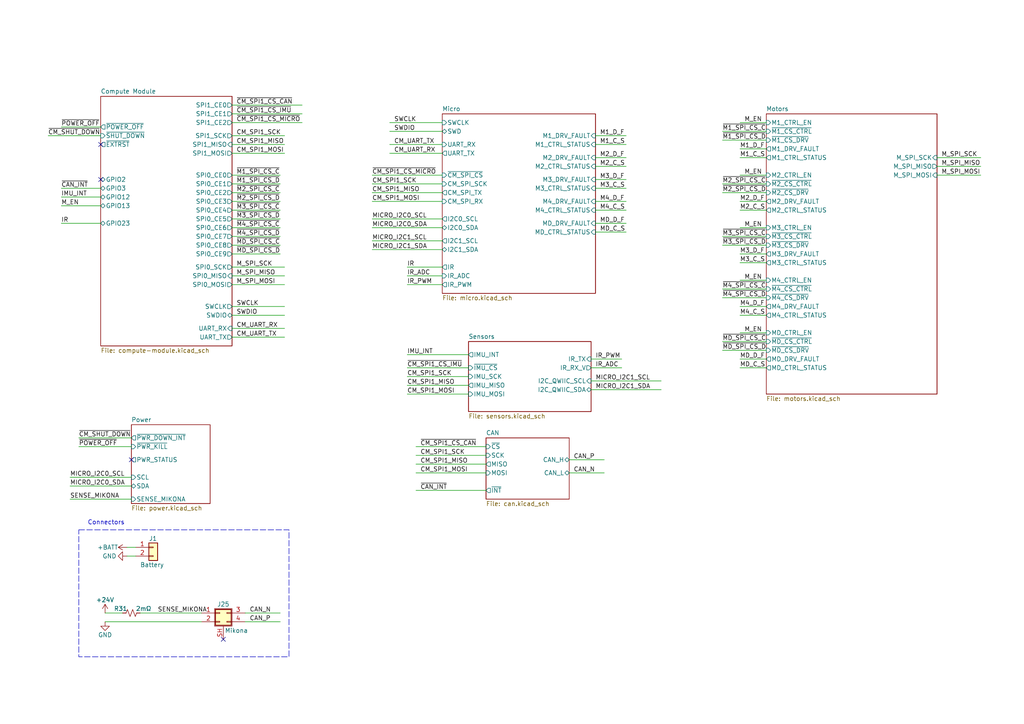
<source format=kicad_sch>
(kicad_sch (version 20230121) (generator eeschema)
  (paper "A4")
  (lib_symbols
    (symbol "Connector_Generic:Conn_01x02" (pin_names (offset 1.016) hide)
      (property "Reference" "J" (at 0 2.54 0))
      (property "Value" "Conn_01x02" (at 0 -5.08 0))
      (symbol "Conn_01x02_1_1"
        (rectangle (start -1.27 -2.413) (end 0 -2.667) (stroke (width 0.1524)))
        (rectangle (start -1.27 0.127) (end 0 -0.127) (stroke (width 0.1524)))
        (rectangle (start -1.27 1.27) (end 1.27 -3.81) (stroke (width 0.254)) (fill (type background)))
        (pin passive line (at -5.08 0 0) (length 3.81) (name "Pin_1") (number "1"))
        (pin passive line (at -5.08 -2.54 0) (length 3.81) (name "Pin_2") (number "2"))
      )
    )
    (symbol "Connector_Generic_Shielded:Conn_02x02_Top_Bottom_Shielded" (pin_names (offset 1.016) hide)
      (property "Reference" "J" (at 1.524 2.286 0))
      (property "Value" "Conn_02x02_Top_Bottom_Shielded" (at 2.286 -4.826 0))
      (symbol "Conn_02x02_Top_Bottom_Shielded_1_1"
        (rectangle (start -1.27 1.27) (end 3.81 -3.81) (stroke (width 0.1524)))
        (rectangle (start -1.016 -2.413) (end 0.254 -2.667) (stroke (width 0.1524)))
        (rectangle (start -1.016 0.127) (end 0.254 -0.127) (stroke (width 0.1524)))
        (rectangle (start -1.016 1.016) (end 3.556 -3.556) (stroke (width 0.254)) (fill (type background)))
        (rectangle (start 3.556 -2.413) (end 2.286 -2.667) (stroke (width 0.1524)))
        (rectangle (start 3.556 0.127) (end 2.286 -0.127) (stroke (width 0.1524)))
        (pin passive line (at -5.08 0 0) (length 4.064) (name "Pin_1") (number "1"))
        (pin passive line (at -5.08 -2.54 0) (length 4.064) (name "Pin_2") (number "2"))
        (pin passive line (at 7.62 0 180) (length 4.064) (name "Pin_3") (number "3"))
        (pin passive line (at 7.62 -2.54 180) (length 4.064) (name "Pin_4") (number "4"))
        (pin passive line (at 1.27 -7.62 90) (length 3.81) (name "Shield") (number "SH"))
      )
    )
    (symbol "Device:R_Small_US" (pin_numbers hide) (pin_names (offset 0.254) hide)
      (property "Reference" "R" (at 0.762 0.508 0))
      (property "Value" "R_Small_US" (at 0.762 -1.016 0))
      (symbol "R_Small_US_1_1"
        (polyline (pts (xy 0 0) (xy 1.016 -0.381) (xy 0 -0.762) (xy -1.016 -1.143) (xy 0 -1.524)))
        (polyline (pts (xy 0 1.524) (xy 1.016 1.143) (xy 0 0.762) (xy -1.016 0.381) (xy 0 0)))
        (pin passive line (at 0 2.54 270) (length 1.016) (name "~") (number "1"))
        (pin passive line (at 0 -2.54 90) (length 1.016) (name "~") (number "2"))
      )
    )
    (symbol "GND_1" (power) (pin_names (offset 0))
      (property "Value" "GND_1" (at 0 -3.81 0))
      (symbol "GND_1_0_1"
        (polyline (pts (xy 0 0) (xy 0 -1.27) (xy 1.27 -1.27) (xy 0 -2.54) (xy -1.27 -1.27) (xy 0 -1.27)))
      )
      (symbol "GND_1_1_1"
        (pin power_in line (at 0 0 270) (length 0) hide (name "GND") (number "1"))
      )
    )
    (symbol "power:+24V" (power) (pin_names (offset 0))
      (property "Value" "+24V" (at 0 3.556 0))
      (symbol "+24V_0_1"
        (polyline (pts (xy -0.762 1.27) (xy 0 2.54)))
        (polyline (pts (xy 0 0) (xy 0 2.54)))
        (polyline (pts (xy 0 2.54) (xy 0.762 1.27)))
      )
      (symbol "+24V_1_1"
        (pin power_in line (at 0 0 90) (length 0) hide (name "+24V") (number "1"))
      )
    )
    (symbol "power:+BATT" (power) (pin_names (offset 0))
      (property "Value" "+BATT" (at 0 3.556 0))
      (symbol "+BATT_0_1"
        (polyline (pts (xy -0.762 1.27) (xy 0 2.54)))
        (polyline (pts (xy 0 0) (xy 0 2.54)))
        (polyline (pts (xy 0 2.54) (xy 0.762 1.27)))
      )
      (symbol "+BATT_1_1"
        (pin power_in line (at 0 0 90) (length 0) hide (name "+BATT") (number "1"))
      )
    )
    (symbol "power:GND" (power) (pin_names (offset 0))
      (property "Value" "GND" (at 0 -3.81 0))
      (symbol "GND_0_1"
        (polyline (pts (xy 0 0) (xy 0 -1.27) (xy 1.27 -1.27) (xy 0 -2.54) (xy -1.27 -1.27) (xy 0 -1.27)))
      )
      (symbol "GND_1_1"
        (pin power_in line (at 0 0 270) (length 0) hide (name "GND") (number "1"))
      )
    )
  )
  (no_connect (at 64.77 185.42))
  (no_connect (at 38.1 133.35))
  (no_connect (at 29.21 41.91))
  (no_connect (at 29.21 52.07))
  (wire (pts (xy 120.65 134.62) (xy 140.97 134.62)))
  (wire (pts (xy 214.63 43.18) (xy 222.25 43.18)))
  (wire (pts (xy 214.63 66.04) (xy 222.25 66.04)))
  (wire (pts (xy 17.78 54.61) (xy 29.21 54.61)))
  (wire (pts (xy 209.55 55.88) (xy 222.25 55.88)))
  (wire (pts (xy 214.63 106.68) (xy 222.25 106.68)))
  (wire (pts (xy 118.11 106.68) (xy 135.89 106.68)))
  (wire (pts (xy 172.72 54.61) (xy 181.61 54.61)))
  (wire (pts (xy 107.95 55.88) (xy 128.27 55.88)))
  (wire (pts (xy 67.31 33.02) (xy 87.63 33.02)))
  (wire (pts (xy 171.45 113.03) (xy 191.77 113.03)))
  (wire (pts (xy 209.55 71.12) (xy 222.25 71.12)))
  (wire (pts (xy 107.95 66.04) (xy 128.27 66.04)))
  (wire (pts (xy 30.48 177.8) (xy 35.56 177.8)))
  (wire (pts (xy 209.55 86.36) (xy 222.25 86.36)))
  (wire (pts (xy 67.31 71.12) (xy 81.28 71.12)))
  (wire (pts (xy 67.31 66.04) (xy 81.28 66.04)))
  (wire (pts (xy 20.32 138.43) (xy 38.1 138.43)))
  (wire (pts (xy 71.12 180.34) (xy 81.28 180.34)))
  (wire (pts (xy 214.63 76.2) (xy 222.25 76.2)))
  (wire (pts (xy 271.78 45.72) (xy 284.48 45.72)))
  (wire (pts (xy 22.86 129.54) (xy 38.1 129.54)))
  (wire (pts (xy 36.83 161.29) (xy 39.37 161.29)))
  (wire (pts (xy 67.31 41.91) (xy 82.55 41.91)))
  (wire (pts (xy 120.65 142.24) (xy 140.97 142.24)))
  (wire (pts (xy 209.55 83.82) (xy 222.25 83.82)))
  (wire (pts (xy 171.45 106.68) (xy 180.34 106.68)))
  (wire (pts (xy 67.31 50.8) (xy 81.28 50.8)))
  (wire (pts (xy 214.63 50.8) (xy 222.25 50.8)))
  (wire (pts (xy 214.63 35.56) (xy 222.25 35.56)))
  (wire (pts (xy 172.72 60.96) (xy 181.61 60.96)))
  (wire (pts (xy 209.55 53.34) (xy 222.25 53.34)))
  (wire (pts (xy 171.45 110.49) (xy 191.77 110.49)))
  (wire (pts (xy 120.65 132.08) (xy 140.97 132.08)))
  (wire (pts (xy 113.03 38.1) (xy 128.27 38.1)))
  (wire (pts (xy 214.63 88.9) (xy 222.25 88.9)))
  (wire (pts (xy 214.63 81.28) (xy 222.25 81.28)))
  (wire (pts (xy 118.11 109.22) (xy 135.89 109.22)))
  (wire (pts (xy 209.55 38.1) (xy 222.25 38.1)))
  (wire (pts (xy 172.72 45.72) (xy 181.61 45.72)))
  (wire (pts (xy 118.11 111.76) (xy 135.89 111.76)))
  (wire (pts (xy 71.12 177.8) (xy 81.28 177.8)))
  (wire (pts (xy 271.78 48.26) (xy 284.48 48.26)))
  (wire (pts (xy 20.32 140.97) (xy 38.1 140.97)))
  (wire (pts (xy 165.1 133.35) (xy 175.26 133.35)))
  (wire (pts (xy 107.95 50.8) (xy 128.27 50.8)))
  (wire (pts (xy 107.95 72.39) (xy 128.27 72.39)))
  (wire (pts (xy 67.31 30.48) (xy 87.63 30.48)))
  (wire (pts (xy 172.72 39.37) (xy 181.61 39.37)))
  (wire (pts (xy 214.63 96.52) (xy 222.25 96.52)))
  (wire (pts (xy 271.78 50.8) (xy 284.48 50.8)))
  (wire (pts (xy 120.65 137.16) (xy 140.97 137.16)))
  (wire (pts (xy 107.95 63.5) (xy 128.27 63.5)))
  (wire (pts (xy 214.63 58.42) (xy 222.25 58.42)))
  (wire (pts (xy 120.65 129.54) (xy 140.97 129.54)))
  (wire (pts (xy 209.55 101.6) (xy 222.25 101.6)))
  (wire (pts (xy 67.31 88.9) (xy 82.55 88.9)))
  (wire (pts (xy 113.03 44.45) (xy 128.27 44.45)))
  (wire (pts (xy 67.31 97.79) (xy 82.55 97.79)))
  (wire (pts (xy 214.63 45.72) (xy 222.25 45.72)))
  (wire (pts (xy 67.31 44.45) (xy 82.55 44.45)))
  (wire (pts (xy 67.31 68.58) (xy 81.28 68.58)))
  (wire (pts (xy 171.45 104.14) (xy 180.34 104.14)))
  (wire (pts (xy 67.31 63.5) (xy 81.28 63.5)))
  (wire (pts (xy 40.64 177.8) (xy 58.42 177.8)))
  (wire (pts (xy 209.55 68.58) (xy 222.25 68.58)))
  (wire (pts (xy 30.48 180.34) (xy 58.42 180.34)))
  (wire (pts (xy 67.31 53.34) (xy 81.28 53.34)))
  (wire (pts (xy 118.11 102.87) (xy 135.89 102.87)))
  (wire (pts (xy 165.1 137.16) (xy 175.26 137.16)))
  (wire (pts (xy 118.11 82.55) (xy 128.27 82.55)))
  (wire (pts (xy 17.78 64.77) (xy 29.21 64.77)))
  (wire (pts (xy 113.03 41.91) (xy 128.27 41.91)))
  (wire (pts (xy 17.78 57.15) (xy 29.21 57.15)))
  (wire (pts (xy 209.55 40.64) (xy 222.25 40.64)))
  (wire (pts (xy 67.31 80.01) (xy 82.55 80.01)))
  (wire (pts (xy 67.31 58.42) (xy 81.28 58.42)))
  (wire (pts (xy 67.31 91.44) (xy 82.55 91.44)))
  (wire (pts (xy 214.63 73.66) (xy 222.25 73.66)))
  (wire (pts (xy 67.31 60.96) (xy 81.28 60.96)))
  (wire (pts (xy 172.72 58.42) (xy 181.61 58.42)))
  (wire (pts (xy 20.32 144.78) (xy 38.1 144.78)))
  (wire (pts (xy 36.83 158.75) (xy 39.37 158.75)))
  (wire (pts (xy 172.72 64.77) (xy 181.61 64.77)))
  (wire (pts (xy 113.03 35.56) (xy 128.27 35.56)))
  (wire (pts (xy 67.31 55.88) (xy 81.28 55.88)))
  (wire (pts (xy 172.72 48.26) (xy 181.61 48.26)))
  (wire (pts (xy 172.72 52.07) (xy 181.61 52.07)))
  (wire (pts (xy 107.95 58.42) (xy 128.27 58.42)))
  (wire (pts (xy 67.31 73.66) (xy 81.28 73.66)))
  (wire (pts (xy 214.63 60.96) (xy 222.25 60.96)))
  (wire (pts (xy 67.31 39.37) (xy 82.55 39.37)))
  (wire (pts (xy 67.31 35.56) (xy 87.63 35.56)))
  (wire (pts (xy 214.63 104.14) (xy 222.25 104.14)))
  (wire (pts (xy 22.86 127) (xy 38.1 127)))
  (wire (pts (xy 107.95 53.34) (xy 128.27 53.34)))
  (wire (pts (xy 209.55 99.06) (xy 222.25 99.06)))
  (wire (pts (xy 214.63 91.44) (xy 222.25 91.44)))
  (wire (pts (xy 67.31 82.55) (xy 82.55 82.55)))
  (wire (pts (xy 118.11 114.3) (xy 135.89 114.3)))
  (wire (pts (xy 17.78 36.83) (xy 29.21 36.83)))
  (wire (pts (xy 13.97 39.37) (xy 29.21 39.37)))
  (wire (pts (xy 118.11 77.47) (xy 128.27 77.47)))
  (wire (pts (xy 67.31 77.47) (xy 82.55 77.47)))
  (wire (pts (xy 107.95 69.85) (xy 128.27 69.85)))
  (wire (pts (xy 172.72 41.91) (xy 181.61 41.91)))
  (wire (pts (xy 118.11 80.01) (xy 128.27 80.01)))
  (wire (pts (xy 172.72 67.31) (xy 181.61 67.31)))
  (wire (pts (xy 17.78 59.69) (xy 29.21 59.69)))
  (wire (pts (xy 67.31 95.25) (xy 82.55 95.25)))
  (rectangle (start 22.86 153.67) (end 83.82 190.5) (stroke (width 0) (type dash)))
  (text "Connectors" (at 25.4 152.4 0) (effects (font (size 1.27 1.27)) (justify left bottom)))
  (label "IMU_INT" (at 17.78 57.15 0))
  (label "SENSE_MIKONA" (at 20.32 144.78 0))
  (label "M4_C_S" (at 173.99 60.96 0))
  (label "CM_SPI1_MOSI" (at 118.11 114.3 0))
  (label "M2_D_F" (at 173.99 45.72 0))
  (label "CM_UART_TX" (at 114.3 41.91 0))
  (label "~{CAN_INT}" (at 121.92 142.24 0))
  (label "CAN_P" (at 166.37 133.35 0))
  (label "M_SPI_MOSI" (at 273.05 50.8 0))
  (label "SWCLK" (at 114.3 35.56 0))
  (label "~{CM_SHUT_DOWN}" (at 13.97 39.37 0))
  (label "~{MD_SPI_CS_C}" (at 209.55 99.06 0))
  (label "~{CM_SPI1_CS_CAN}" (at 121.92 129.54 0))
  (label "~{M3_SPI_CS_D}" (at 209.55 71.12 0))
  (label "~{M2_SPI_CS_D}" (at 209.55 55.88 0))
  (label "M1_C_S" (at 214.63 45.72 0))
  (label "MD_C_S" (at 214.63 106.68 0))
  (label "~{M2_SPI_CS_D}" (at 68.58 58.42 0))
  (label "MD_D_F" (at 173.99 64.77 0))
  (label "~{CM_SPI1_CS_MICRO}" (at 68.58 35.56 0))
  (label "MICRO_I2C0_SCL" (at 20.32 138.43 0))
  (label "~{CAN_INT}" (at 17.78 54.61 0))
  (label "CM_UART_TX" (at 68.58 97.79 0))
  (label "M1_D_F" (at 173.99 39.37 0))
  (label "~{CM_SPI1_CS_CAN}" (at 68.58 30.48 0))
  (label "M_SPI_MISO" (at 68.58 80.01 0))
  (label "~{M4_SPI_CS_C}" (at 209.55 83.82 0))
  (label "IMU_INT" (at 118.11 102.87 0))
  (label "IR_PWM" (at 118.11 82.55 0))
  (label "~{M3_SPI_CS_C}" (at 68.58 60.96 0))
  (label "CM_SPI1_MISO" (at 121.92 134.62 0))
  (label "CM_SPI1_MISO" (at 118.11 111.76 0))
  (label "MICRO_I2C1_SCL" (at 107.95 69.85 0))
  (label "M4_D_F" (at 173.99 58.42 0))
  (label "MICRO_I2C1_SDA" (at 107.95 72.39 0))
  (label "CAN_N" (at 166.37 137.16 0))
  (label "~{M3_SPI_CS_C}" (at 209.55 68.58 0))
  (label "CM_SPI1_MOSI" (at 107.95 58.42 0))
  (label "M_EN" (at 215.9 81.28 0))
  (label "CAN_N" (at 72.39 177.8 0))
  (label "SWDIO" (at 114.3 38.1 0))
  (label "CM_SPI1_SCK" (at 107.95 53.34 0))
  (label "M4_C_S" (at 214.63 91.44 0))
  (label "M3_C_S" (at 173.99 54.61 0))
  (label "M1_D_F" (at 214.63 43.18 0))
  (label "M_SPI_MOSI" (at 68.58 82.55 0))
  (label "M_EN" (at 215.9 35.56 0))
  (label "IR_ADC" (at 172.72 106.68 0))
  (label "~{CM_SPI1_CS_IMU}" (at 68.58 33.02 0))
  (label "~{M4_SPI_CS_D}" (at 68.58 68.58 0))
  (label "~{M1_SPI_CS_D}" (at 68.58 53.34 0))
  (label "M2_C_S" (at 173.99 48.26 0))
  (label "CM_SPI1_MISO" (at 68.58 41.91 0))
  (label "~{CM_SHUT_DOWN}" (at 22.86 127 0))
  (label "M_EN" (at 215.9 50.8 0))
  (label "MICRO_I2C0_SDA" (at 20.32 140.97 0))
  (label "MD_D_F" (at 214.63 104.14 0))
  (label "M_SPI_SCK" (at 68.58 77.47 0))
  (label "~{M3_SPI_CS_D}" (at 68.58 63.5 0))
  (label "~{CM_SPI1_CS_IMU}" (at 118.11 106.68 0))
  (label "~{M2_SPI_CS_C}" (at 68.58 55.88 0))
  (label "M_SPI_SCK" (at 273.05 45.72 0))
  (label "M2_D_F" (at 214.63 58.42 0))
  (label "CM_SPI1_SCK" (at 118.11 109.22 0))
  (label "~{MD_SPI_CS_D}" (at 209.55 101.6 0))
  (label "CM_SPI1_MOSI" (at 121.92 137.16 0))
  (label "M3_C_S" (at 214.63 76.2 0))
  (label "CAN_P" (at 72.39 180.34 0))
  (label "CM_UART_RX" (at 68.58 95.25 0))
  (label "~{M4_SPI_CS_C}" (at 68.58 66.04 0))
  (label "IR" (at 17.78 64.77 0))
  (label "MICRO_I2C1_SCL" (at 172.72 110.49 0))
  (label "SWCLK" (at 68.58 88.9 0))
  (label "MICRO_I2C1_SDA" (at 172.72 113.03 0))
  (label "~{MD_SPI_CS_C}" (at 68.58 71.12 0))
  (label "~{CM_SPI1_CS_MICRO}" (at 107.95 50.8 0))
  (label "~{M1_SPI_CS_D}" (at 209.55 40.64 0))
  (label "M4_D_F" (at 214.63 88.9 0))
  (label "SWDIO" (at 68.58 91.44 0))
  (label "M_EN" (at 215.9 66.04 0))
  (label "~{POWER_OFF}" (at 22.86 129.54 0))
  (label "~{M1_SPI_CS_C}" (at 68.58 50.8 0))
  (label "MICRO_I2C0_SCL" (at 107.95 63.5 0))
  (label "IR" (at 118.11 77.47 0))
  (label "IR_ADC" (at 118.11 80.01 0))
  (label "M_EN" (at 17.78 59.69 0))
  (label "~{M2_SPI_CS_C}" (at 209.55 53.34 0))
  (label "MD_C_S" (at 173.99 67.31 0))
  (label "MICRO_I2C0_SDA" (at 107.95 66.04 0))
  (label "SENSE_MIKONA" (at 45.72 177.8 0))
  (label "~{POWER_OFF}" (at 17.78 36.83 0))
  (label "~{M1_SPI_CS_C}" (at 209.55 38.1 0))
  (label "CM_SPI1_MISO" (at 107.95 55.88 0))
  (label "M3_D_F" (at 173.99 52.07 0))
  (label "~{M4_SPI_CS_D}" (at 209.55 86.36 0))
  (label "M1_C_S" (at 173.99 41.91 0))
  (label "CM_SPI1_SCK" (at 68.58 39.37 0))
  (label "CM_SPI1_MOSI" (at 68.58 44.45 0))
  (label "M_SPI_MISO" (at 273.05 48.26 0))
  (label "M2_C_S" (at 214.63 60.96 0))
  (label "~{MD_SPI_CS_D}" (at 68.58 73.66 0))
  (label "M_EN" (at 215.9 96.52 0))
  (label "CM_UART_RX" (at 114.3 44.45 0))
  (label "IR_PWM" (at 172.72 104.14 0))
  (label "M3_D_F" (at 214.63 73.66 0))
  (label "CM_SPI1_SCK" (at 121.92 132.08 0))
  (symbol (lib_name "GND_1") (lib_id "power:GND") (at 36.83 161.29 270) (unit 1)
    (property "Reference" "#PWR027" (effects hide))
    (property "Value" "GND" (at 31.75 161.29 90))
  )
  (symbol (lib_id "power:+BATT") (at 36.83 158.75 90) (unit 1)
    (property "Reference" "#PWR023" (effects hide))
    (property "Value" "+BATT" (at 34.29 158.75 90) (effects (justify left)))
  )
  (symbol (lib_id "power:+24V") (at 30.48 177.8 0) (unit 1)
    (property "Reference" "#PWR0152" (effects hide))
    (property "Value" "+24V" (at 30.48 173.99 0))
  )
  (symbol (lib_id "power:GND") (at 30.48 180.34 0) (unit 1)
    (property "Reference" "#PWR0153" (effects hide))
    (property "Value" "GND" (at 30.48 184.15 0))
  )
  (symbol (lib_id "Connector_Generic_Shielded:Conn_02x02_Top_Bottom_Shielded") (at 63.5 177.8 0) (unit 1)
    (property "Reference" "J25" (at 64.77 175.26 0))
    (property "Value" "Mikona" (at 68.58 182.88 0))
    (property "Footprint" "1054291104:MOLEX_1054291104" (effects hide))
  )
  (symbol (lib_id "Device:R_Small_US") (at 38.1 177.8 270) (unit 1)
    (property "Reference" "R31" (at 33.02 176.53 90) (effects (justify left)))
    (property "Value" "2mΩ" (at 39.37 176.53 90) (effects (justify left)))
  )
  (symbol (lib_id "Connector_Generic:Conn_01x02") (at 44.45 158.75 0) (unit 1)
    (property "Reference" "J1" (at 43.18 156.21 0) (effects (justify left)))
    (property "Value" "Battery" (at 40.64 163.83 0) (effects (justify left)))
    (property "Footprint" "Connector_AMASS:AMASS_XT60PW-M_1x02_P7.20mm_Horizontal" (effects hide))
    (property "MPN" "XT60PW-M" (effects hide))
  )
  (sheet (at 128.27 33.02) (size 44.45 52.07) (stroke (width 0.1524))
    (property "Sheetname" "Micro" (at 128.27 32.3084 0) (effects (justify left bottom)))
    (property "Sheetfile" "micro.kicad_sch" (at 128.27 85.6746 0) (effects (justify left top)))
    (pin "SWCLK" input (at 128.27 35.56 180))
    (pin "SWD" bidirectional (at 128.27 38.1 180))
    (pin "CM_SPI_SCK" input (at 128.27 53.34 180))
    (pin "CM_SPI_TX" output (at 128.27 55.88 180))
    (pin "~{CM_SPI_CS}" input (at 128.27 50.8 180))
    (pin "CM_SPI_RX" input (at 128.27 58.42 180))
    (pin "IR" output (at 128.27 77.47 180))
    (pin "M3_CTRL_STATUS" input (at 172.72 54.61 0))
    (pin "M3_DRV_FAULT" input (at 172.72 52.07 0))
    (pin "M2_CTRL_STATUS" input (at 172.72 48.26 0))
    (pin "M2_DRV_FAULT" input (at 172.72 45.72 0))
    (pin "IR_PWM" output (at 128.27 82.55 180))
    (pin "IR_ADC" input (at 128.27 80.01 180))
    (pin "MD_DRV_FAULT" input (at 172.72 64.77 0))
    (pin "M4_DRV_FAULT" input (at 172.72 58.42 0))
    (pin "M1_DRV_FAULT" input (at 172.72 39.37 0))
    (pin "MD_CTRL_STATUS" input (at 172.72 67.31 0))
    (pin "M1_CTRL_STATUS" input (at 172.72 41.91 0))
    (pin "M4_CTRL_STATUS" input (at 172.72 60.96 0))
    (pin "UART_RX" input (at 128.27 41.91 180))
    (pin "UART_TX" output (at 128.27 44.45 180))
    (pin "I2C0_SCL" output (at 128.27 63.5 180))
    (pin "I2C0_SDA" bidirectional (at 128.27 66.04 180))
    (pin "I2C1_SDA" bidirectional (at 128.27 72.39 180))
    (pin "I2C1_SCL" output (at 128.27 69.85 180))
  )
  (sheet (at 140.97 127) (size 24.13 17.78) (stroke (width 0.1524))
    (property "Sheetname" "CAN" (at 140.97 126.2884 0) (effects (justify left bottom)))
    (property "Sheetfile" "can.kicad_sch" (at 140.97 145.3646 0) (effects (justify left top)))
    (pin "SCK" input (at 140.97 132.08 180))
    (pin "MOSI" input (at 140.97 137.16 180))
    (pin "MISO" output (at 140.97 134.62 180))
    (pin "~{CS}" input (at 140.97 129.54 180))
    (pin "~{INT}" output (at 140.97 142.24 180))
    (pin "CAN_H" bidirectional (at 165.1 133.35 0))
    (pin "CAN_L" bidirectional (at 165.1 137.16 0))
  )
  (sheet (at 38.1 123.19) (size 22.86 22.86) (stroke (width 0.1524))
    (property "Sheetname" "Power" (at 38.1 122.4784 0) (effects (justify left bottom)))
    (property "Sheetfile" "power.kicad_sch" (at 38.1 146.6346 0) (effects (justify left top)))
    (pin "~{PWR_DOWN_INT}" output (at 38.1 127 180))
    (pin "~{PWR_KILL}" input (at 38.1 129.54 180))
    (pin "SDA" bidirectional (at 38.1 140.97 180))
    (pin "SCL" input (at 38.1 138.43 180))
    (pin "PWR_STATUS" output (at 38.1 133.35 180))
    (pin "SENSE_MIKONA" input (at 38.1 144.78 180))
  )
  (sheet (at 222.25 33.02) (size 49.53 81.28) (stroke (width 0.1524))
    (property "Sheetname" "Motors" (at 222.25 32.3084 0) (effects (justify left bottom)))
    (property "Sheetfile" "motors.kicad_sch" (at 222.25 114.8846 0) (effects (justify left top)))
    (pin "M4_DRV_FAULT" output (at 222.25 88.9 180))
    (pin "~{M4_CS_DRV}" input (at 222.25 86.36 180))
    (pin "M4_CTRL_EN" input (at 222.25 81.28 180))
    (pin "M4_CTRL_STATUS" output (at 222.25 91.44 180))
    (pin "~{M4_CS_CTRL}" input (at 222.25 83.82 180))
    (pin "M3_DRV_FAULT" output (at 222.25 73.66 180))
    (pin "~{M3_CS_DRV}" input (at 222.25 71.12 180))
    (pin "~{M3_CS_CTRL}" input (at 222.25 68.58 180))
    (pin "M3_CTRL_EN" input (at 222.25 66.04 180))
    (pin "M3_CTRL_STATUS" output (at 222.25 76.2 180))
    (pin "M1_CTRL_STATUS" output (at 222.25 45.72 180))
    (pin "~{M1_CS_CTRL}" input (at 222.25 38.1 180))
    (pin "~{M1_CS_DRV}" input (at 222.25 40.64 180))
    (pin "M1_DRV_FAULT" output (at 222.25 43.18 180))
    (pin "M1_CTRL_EN" input (at 222.25 35.56 180))
    (pin "MD_CTRL_EN" input (at 222.25 96.52 180))
    (pin "~{MD_CS_CTRL}" input (at 222.25 99.06 180))
    (pin "~{MD_CS_DRV}" input (at 222.25 101.6 180))
    (pin "MD_DRV_FAULT" output (at 222.25 104.14 180))
    (pin "M2_CTRL_STATUS" output (at 222.25 60.96 180))
    (pin "M2_CTRL_EN" input (at 222.25 50.8 180))
    (pin "~{M2_CS_CTRL}" input (at 222.25 53.34 180))
    (pin "~{M2_CS_DRV}" input (at 222.25 55.88 180))
    (pin "M2_DRV_FAULT" output (at 222.25 58.42 180))
    (pin "MD_CTRL_STATUS" output (at 222.25 106.68 180))
    (pin "M_SPI_MISO" output (at 271.78 48.26 0))
    (pin "M_SPI_SCK" input (at 271.78 45.72 0))
    (pin "M_SPI_MOSI" input (at 271.78 50.8 0))
  )
  (sheet (at 29.21 27.94) (size 38.1 72.39) (stroke (width 0.1524))
    (property "Sheetname" "Compute Module" (at 29.21 27.2284 0) (effects (justify left bottom)))
    (property "Sheetfile" "compute-module.kicad_sch" (at 29.21 100.9146 0) (effects (justify left top)))
    (pin "~{POWER_OFF}" output (at 29.21 36.83 180))
    (pin "SPI1_MISO" input (at 67.31 41.91 0))
    (pin "SPI0_MISO" input (at 67.31 80.01 0))
    (pin "~{SHUT_DOWN}" input (at 29.21 39.37 180))
    (pin "SPI0_MOSI" output (at 67.31 82.55 0))
    (pin "SPI0_CE0" output (at 67.31 50.8 0))
    (pin "SPI0_CE1" output (at 67.31 53.34 0))
    (pin "SPI1_MOSI" output (at 67.31 44.45 0))
    (pin "SPI1_CE1" output (at 67.31 33.02 0))
    (pin "SPI1_CE2" output (at 67.31 35.56 0))
    (pin "SPI1_CE0" output (at 67.31 30.48 0))
    (pin "~{EXTRST}" output (at 29.21 41.91 180))
    (pin "SPI0_SCK" output (at 67.31 77.47 0))
    (pin "SPI1_SCK" output (at 67.31 39.37 0))
    (pin "GPIO12" bidirectional (at 29.21 57.15 180))
    (pin "GPIO13" bidirectional (at 29.21 59.69 180))
    (pin "SPI0_CE2" output (at 67.31 55.88 0))
    (pin "SPI0_CE3" output (at 67.31 58.42 0))
    (pin "SPI0_CE5" output (at 67.31 63.5 0))
    (pin "SPI0_CE6" output (at 67.31 66.04 0))
    (pin "SPI0_CE4" output (at 67.31 60.96 0))
    (pin "SPI0_CE7" output (at 67.31 68.58 0))
    (pin "SPI0_CE8" output (at 67.31 71.12 0))
    (pin "SPI0_CE9" output (at 67.31 73.66 0))
    (pin "UART_RX" input (at 67.31 95.25 0))
    (pin "UART_TX" output (at 67.31 97.79 0))
    (pin "SWDIO" bidirectional (at 67.31 91.44 0))
    (pin "GPIO23" bidirectional (at 29.21 64.77 180))
    (pin "SWCLK" output (at 67.31 88.9 0))
    (pin "GPIO3" bidirectional (at 29.21 54.61 180))
    (pin "GPIO2" bidirectional (at 29.21 52.07 180))
  )
  (sheet (at 135.89 99.06) (size 35.56 20.32) (stroke (width 0.1524))
    (property "Sheetname" "Sensors" (at 135.89 98.3484 0) (effects (justify left bottom)))
    (property "Sheetfile" "sensors.kicad_sch" (at 135.89 119.9646 0) (effects (justify left top)))
    (pin "~{IMU_CS}" input (at 135.89 106.68 180))
    (pin "IMU_INT" output (at 135.89 102.87 180))
    (pin "IR_TX" input (at 171.45 104.14 0))
    (pin "IR_RX_V" output (at 171.45 106.68 0))
    (pin "IMU_MOSI" input (at 135.89 114.3 180))
    (pin "IMU_SCK" input (at 135.89 109.22 180))
    (pin "IMU_MISO" output (at 135.89 111.76 180))
    (pin "I2C_QWIIC_SCL" input (at 171.45 110.49 0))
    (pin "I2C_QWIIC_SDA" bidirectional (at 171.45 113.03 0))
  )
)
</source>
